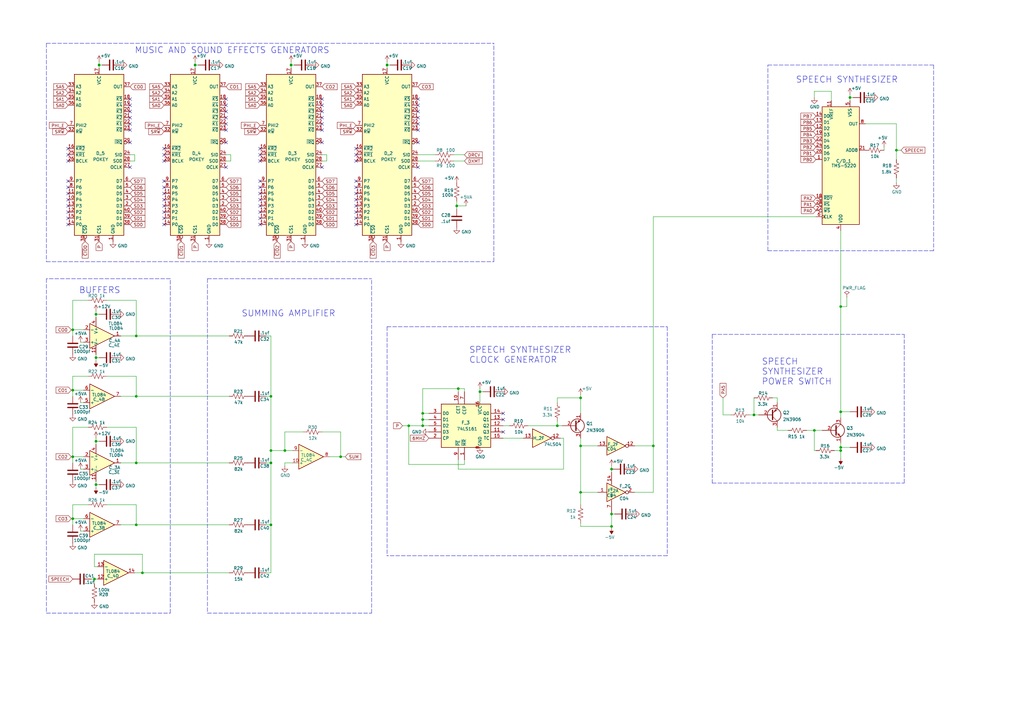
<source format=kicad_sch>
(kicad_sch (version 20211123) (generator eeschema)
  (paper "A3")
  (junction (at 39.37 128.905))
  (junction (at 55.88 162.56))
  (junction (at 55.88 189.865))
  (junction (at 116.84 184.785))
  (junction (at 111.125 189.865))
  (junction (at 39.37 180.975))
  (junction (at 250.825 215.9))
  (junction (at 344.805 184.785))
  (junction (at 173.355 174.625))
  (junction (at 334.01 176.53))
  (junction (at 40.64 26.67))
  (junction (at 119.38 26.67))
  (junction (at 367.665 61.595))
  (junction (at 39.37 198.755))
  (junction (at 250.825 192.405))
  (junction (at 158.75 26.67))
  (junction (at 55.88 137.795))
  (junction (at 58.42 234.95))
  (junction (at 29.845 212.725))
  (junction (at 29.845 187.325))
  (junction (at 196.85 160.655))
  (junction (at 344.805 183.515))
  (junction (at 29.845 135.255))
  (junction (at 344.805 125.73))
  (junction (at 173.355 172.085))
  (junction (at 167.64 174.625))
  (junction (at 238.125 182.88))
  (junction (at 38.735 237.49))
  (junction (at 111.125 215.265))
  (junction (at 250.825 210.82))
  (junction (at 309.245 170.18))
  (junction (at 29.845 160.02))
  (junction (at 187.96 159.385))
  (junction (at 139.7 187.325))
  (junction (at 267.97 182.88))
  (junction (at 238.125 163.195))
  (junction (at 80.01 26.67))
  (junction (at 39.37 146.685))
  (junction (at 228.6 174.625))
  (junction (at 173.355 169.545))
  (junction (at 344.805 168.91))
  (junction (at 55.88 215.265))
  (junction (at 238.125 201.93))
  (junction (at 348.615 40.005))
  (junction (at 111.125 162.56))
  (junction (at 187.325 84.455))
  (junction (at 111.125 184.785))
  (no_connect (at 146.05 79.375))
  (no_connect (at 146.05 76.835))
  (no_connect (at 146.05 74.295))
  (no_connect (at 146.05 89.535))
  (no_connect (at 146.05 92.075))
  (no_connect (at 146.05 84.455))
  (no_connect (at 146.05 81.915))
  (no_connect (at 146.05 86.995))
  (no_connect (at 106.68 89.535))
  (no_connect (at 106.68 92.075))
  (no_connect (at 106.68 86.995))
  (no_connect (at 106.68 81.915))
  (no_connect (at 106.68 84.455))
  (no_connect (at 106.68 74.295))
  (no_connect (at 106.68 76.835))
  (no_connect (at 106.68 79.375))
  (no_connect (at 67.31 89.535))
  (no_connect (at 67.31 84.455))
  (no_connect (at 67.31 92.075))
  (no_connect (at 67.31 81.915))
  (no_connect (at 67.31 86.995))
  (no_connect (at 67.31 79.375))
  (no_connect (at 67.31 76.835))
  (no_connect (at 67.31 74.295))
  (no_connect (at 27.94 84.455))
  (no_connect (at 27.94 86.995))
  (no_connect (at 27.94 89.535))
  (no_connect (at 27.94 92.075))
  (no_connect (at 27.94 79.375))
  (no_connect (at 27.94 76.835))
  (no_connect (at 27.94 81.915))
  (no_connect (at 27.94 74.295))
  (no_connect (at 53.34 53.34))
  (no_connect (at 53.34 43.18))
  (no_connect (at 53.34 48.26))
  (no_connect (at 53.34 50.8))
  (no_connect (at 53.34 40.64))
  (no_connect (at 53.34 45.72))
  (no_connect (at 92.71 40.64))
  (no_connect (at 92.71 53.34))
  (no_connect (at 92.71 45.72))
  (no_connect (at 92.71 50.8))
  (no_connect (at 92.71 48.26))
  (no_connect (at 92.71 43.18))
  (no_connect (at 92.71 58.42))
  (no_connect (at 92.71 68.58))
  (no_connect (at 146.05 60.96))
  (no_connect (at 146.05 63.5))
  (no_connect (at 146.05 66.04))
  (no_connect (at 171.45 68.58))
  (no_connect (at 171.45 58.42))
  (no_connect (at 171.45 53.34))
  (no_connect (at 171.45 43.18))
  (no_connect (at 171.45 48.26))
  (no_connect (at 171.45 45.72))
  (no_connect (at 171.45 50.8))
  (no_connect (at 171.45 40.64))
  (no_connect (at 132.08 68.58))
  (no_connect (at 106.68 60.96))
  (no_connect (at 106.68 66.04))
  (no_connect (at 106.68 63.5))
  (no_connect (at 132.08 45.72))
  (no_connect (at 132.08 43.18))
  (no_connect (at 132.08 53.34))
  (no_connect (at 132.08 48.26))
  (no_connect (at 132.08 40.64))
  (no_connect (at 132.08 50.8))
  (no_connect (at 132.08 58.42))
  (no_connect (at 67.31 66.04))
  (no_connect (at 67.31 63.5))
  (no_connect (at 67.31 60.96))
  (no_connect (at 53.34 58.42))
  (no_connect (at 53.34 68.58))
  (no_connect (at 27.94 60.96))
  (no_connect (at 27.94 66.04))
  (no_connect (at 27.94 63.5))
  (no_connect (at 206.375 169.545))
  (no_connect (at 206.375 172.085))
  (no_connect (at 206.375 177.165))
  (polyline (pts (xy 292.1 198.12) (xy 370.84 198.12)))
  (wire (pts (xy 43.815 207.01) (xy 55.88 207.01)))
  (wire (pts (xy 344.805 184.785) (xy 344.805 187.96)))
  (wire (pts (xy 175.895 172.085) (xy 173.355 172.085)))
  (wire (pts (xy 206.375 179.705) (xy 214.63 179.705)))
  (wire (pts (xy 34.29 187.325) (xy 29.845 187.325)))
  (wire (pts (xy 120.65 26.67) (xy 119.38 26.67)))
  (wire (pts (xy 55.88 137.795) (xy 93.98 137.795)))
  (wire (pts (xy 139.7 187.325) (xy 139.7 177.165)))
  (wire (pts (xy 267.97 201.93) (xy 260.35 201.93)))
  (wire (pts (xy 55.88 215.265) (xy 93.98 215.265)))
  (wire (pts (xy 34.29 160.02) (xy 29.845 160.02)))
  (wire (pts (xy 334.01 176.53) (xy 337.185 176.53)))
  (wire (pts (xy 187.96 159.385) (xy 173.355 159.385)))
  (polyline (pts (xy 273.685 227.965) (xy 158.75 227.965)))
  (wire (pts (xy 43.815 154.305) (xy 55.88 154.305)))
  (wire (pts (xy 40.64 26.67) (xy 40.64 27.94)))
  (wire (pts (xy 36.195 154.305) (xy 29.845 154.305)))
  (polyline (pts (xy 158.75 133.985) (xy 158.75 227.965)))
  (wire (pts (xy 39.37 146.685) (xy 39.37 147.955)))
  (wire (pts (xy 81.28 26.67) (xy 80.01 26.67)))
  (wire (pts (xy 29.21 187.325) (xy 29.845 187.325)))
  (wire (pts (xy 29.845 135.255) (xy 29.845 137.795)))
  (wire (pts (xy 348.615 40.005) (xy 348.615 41.275)))
  (wire (pts (xy 29.845 160.02) (xy 29.845 162.56)))
  (wire (pts (xy 116.84 184.785) (xy 120.015 184.785)))
  (wire (pts (xy 334.01 184.785) (xy 334.01 176.53)))
  (wire (pts (xy 160.02 26.67) (xy 158.75 26.67)))
  (wire (pts (xy 111.125 234.95) (xy 109.22 234.95)))
  (wire (pts (xy 342.265 184.785) (xy 344.805 184.785)))
  (wire (pts (xy 245.11 182.88) (xy 238.125 182.88)))
  (wire (pts (xy 318.77 176.53) (xy 318.77 175.26)))
  (wire (pts (xy 238.125 163.195) (xy 228.6 163.195)))
  (wire (pts (xy 260.35 182.88) (xy 267.97 182.88)))
  (wire (pts (xy 250.825 210.82) (xy 252.095 210.82)))
  (wire (pts (xy 55.88 207.01) (xy 55.88 215.265)))
  (polyline (pts (xy 292.1 137.16) (xy 370.84 137.16)))
  (wire (pts (xy 354.965 50.8) (xy 367.665 50.8)))
  (wire (pts (xy 38.735 232.41) (xy 40.005 232.41)))
  (polyline (pts (xy 292.1 137.16) (xy 292.1 198.12)))
  (polyline (pts (xy 273.685 133.985) (xy 273.685 227.965)))
  (wire (pts (xy 190.5 190.5) (xy 167.64 190.5)))
  (wire (pts (xy 111.125 189.865) (xy 109.22 189.865)))
  (wire (pts (xy 167.64 174.625) (xy 173.355 174.625)))
  (wire (pts (xy 55.88 189.865) (xy 55.88 175.26)))
  (wire (pts (xy 33.02 165.1) (xy 34.29 165.1)))
  (wire (pts (xy 29.21 160.02) (xy 29.845 160.02)))
  (wire (pts (xy 116.84 177.165) (xy 116.84 184.785)))
  (wire (pts (xy 49.53 189.865) (xy 55.88 189.865)))
  (wire (pts (xy 139.7 177.165) (xy 132.08 177.165)))
  (wire (pts (xy 111.125 184.785) (xy 111.125 189.865)))
  (wire (pts (xy 228.6 172.72) (xy 228.6 174.625)))
  (wire (pts (xy 33.02 217.805) (xy 34.29 217.805)))
  (wire (pts (xy 171.45 63.5) (xy 178.435 63.5)))
  (wire (pts (xy 250.825 210.185) (xy 250.825 210.82)))
  (polyline (pts (xy 85.09 114.3) (xy 85.09 251.46)))
  (wire (pts (xy 344.805 181.61) (xy 344.805 183.515)))
  (wire (pts (xy 296.545 163.195) (xy 296.545 170.18)))
  (wire (pts (xy 55.88 137.795) (xy 55.88 123.19)))
  (polyline (pts (xy 85.09 114.3) (xy 152.4 114.3)))
  (wire (pts (xy 187.325 84.455) (xy 191.135 84.455)))
  (wire (pts (xy 231.14 179.705) (xy 231.14 192.405)))
  (wire (pts (xy 119.38 26.67) (xy 119.38 25.4)))
  (polyline (pts (xy 382.905 26.67) (xy 382.905 102.87)))
  (wire (pts (xy 344.805 94.615) (xy 344.805 125.73)))
  (wire (pts (xy 340.995 41.275) (xy 340.995 37.465)))
  (wire (pts (xy 231.14 192.405) (xy 187.96 192.405)))
  (wire (pts (xy 80.01 26.67) (xy 80.01 25.4)))
  (wire (pts (xy 318.77 165.1) (xy 318.77 163.195)))
  (wire (pts (xy 80.01 26.67) (xy 80.01 27.94)))
  (wire (pts (xy 334.645 184.785) (xy 334.01 184.785)))
  (wire (pts (xy 216.535 174.625) (xy 228.6 174.625)))
  (wire (pts (xy 55.245 234.95) (xy 58.42 234.95)))
  (wire (pts (xy 348.615 40.005) (xy 348.615 38.735)))
  (wire (pts (xy 111.125 137.795) (xy 111.125 162.56)))
  (wire (pts (xy 124.46 177.165) (xy 116.84 177.165)))
  (wire (pts (xy 187.325 82.55) (xy 187.325 84.455)))
  (wire (pts (xy 187.96 159.385) (xy 187.96 160.655)))
  (wire (pts (xy 238.125 182.88) (xy 238.125 201.93)))
  (wire (pts (xy 36.195 123.19) (xy 29.845 123.19)))
  (wire (pts (xy 367.665 50.8) (xy 367.665 61.595)))
  (wire (pts (xy 334.01 37.465) (xy 334.01 40.005)))
  (wire (pts (xy 186.055 63.5) (xy 190.5 63.5)))
  (polyline (pts (xy 202.565 107.315) (xy 202.565 17.78)))
  (wire (pts (xy 39.37 128.905) (xy 39.37 130.175)))
  (wire (pts (xy 238.125 182.88) (xy 238.125 179.705)))
  (wire (pts (xy 362.585 60.325) (xy 362.585 61.595)))
  (wire (pts (xy 133.985 66.04) (xy 132.08 66.04)))
  (polyline (pts (xy 314.96 102.87) (xy 314.96 26.67)))
  (wire (pts (xy 39.37 180.975) (xy 39.37 182.245)))
  (wire (pts (xy 340.995 37.465) (xy 334.01 37.465)))
  (wire (pts (xy 40.64 26.67) (xy 40.64 25.4)))
  (wire (pts (xy 133.985 63.5) (xy 133.985 66.04)))
  (polyline (pts (xy 69.85 251.46) (xy 69.85 114.3)))
  (wire (pts (xy 238.125 169.545) (xy 238.125 163.195)))
  (wire (pts (xy 29.21 135.255) (xy 29.845 135.255)))
  (wire (pts (xy 318.77 163.195) (xy 316.865 163.195)))
  (polyline (pts (xy 19.05 17.78) (xy 19.05 107.315)))
  (wire (pts (xy 238.125 201.93) (xy 245.11 201.93)))
  (wire (pts (xy 55.245 63.5) (xy 55.245 66.04)))
  (wire (pts (xy 348.615 168.91) (xy 344.805 168.91)))
  (wire (pts (xy 55.88 154.305) (xy 55.88 162.56)))
  (wire (pts (xy 196.85 160.655) (xy 196.85 165.735)))
  (wire (pts (xy 330.835 176.53) (xy 334.01 176.53)))
  (wire (pts (xy 111.125 184.785) (xy 116.84 184.785)))
  (wire (pts (xy 33.02 192.405) (xy 34.29 192.405)))
  (wire (pts (xy 39.37 127.635) (xy 39.37 128.905)))
  (wire (pts (xy 190.5 160.655) (xy 190.5 159.385)))
  (wire (pts (xy 132.08 63.5) (xy 133.985 63.5)))
  (wire (pts (xy 39.37 180.975) (xy 40.64 180.975)))
  (wire (pts (xy 120.015 189.865) (xy 116.84 189.865)))
  (wire (pts (xy 250.825 191.135) (xy 250.825 192.405)))
  (wire (pts (xy 344.805 183.515) (xy 348.615 183.515)))
  (wire (pts (xy 344.805 168.91) (xy 344.805 171.45)))
  (wire (pts (xy 109.22 137.795) (xy 111.125 137.795)))
  (wire (pts (xy 33.02 140.335) (xy 34.29 140.335)))
  (wire (pts (xy 229.87 179.705) (xy 231.14 179.705)))
  (wire (pts (xy 238.125 201.93) (xy 238.125 207.01)))
  (wire (pts (xy 39.37 179.705) (xy 39.37 180.975)))
  (wire (pts (xy 307.34 170.18) (xy 309.245 170.18)))
  (wire (pts (xy 55.88 189.865) (xy 93.98 189.865)))
  (wire (pts (xy 94.615 63.5) (xy 94.615 66.04)))
  (wire (pts (xy 309.245 163.195) (xy 309.245 170.18)))
  (wire (pts (xy 38.735 237.49) (xy 40.005 237.49)))
  (wire (pts (xy 165.1 174.625) (xy 167.64 174.625)))
  (wire (pts (xy 367.665 61.595) (xy 369.57 61.595)))
  (wire (pts (xy 267.97 88.9) (xy 267.97 182.88)))
  (wire (pts (xy 39.37 197.485) (xy 39.37 198.755)))
  (wire (pts (xy 41.91 26.67) (xy 40.64 26.67)))
  (wire (pts (xy 187.96 192.405) (xy 187.96 188.595)))
  (wire (pts (xy 309.245 170.18) (xy 311.15 170.18)))
  (polyline (pts (xy 69.85 114.3) (xy 19.05 114.3)))
  (wire (pts (xy 135.255 187.325) (xy 139.7 187.325)))
  (wire (pts (xy 206.375 174.625) (xy 208.915 174.625)))
  (wire (pts (xy 94.615 66.04) (xy 92.71 66.04)))
  (wire (pts (xy 55.88 123.19) (xy 43.815 123.19)))
  (wire (pts (xy 39.37 198.755) (xy 40.64 198.755)))
  (wire (pts (xy 250.825 192.405) (xy 250.825 193.675)))
  (wire (pts (xy 323.215 176.53) (xy 318.77 176.53)))
  (polyline (pts (xy 152.4 251.46) (xy 152.4 114.3)))
  (wire (pts (xy 238.125 161.925) (xy 238.125 163.195)))
  (wire (pts (xy 196.85 160.655) (xy 196.85 159.385)))
  (wire (pts (xy 367.665 61.595) (xy 367.665 65.405)))
  (wire (pts (xy 228.6 163.195) (xy 228.6 165.1)))
  (wire (pts (xy 238.125 214.63) (xy 238.125 215.9)))
  (wire (pts (xy 111.125 162.56) (xy 111.125 184.785)))
  (wire (pts (xy 38.735 227.33) (xy 38.735 232.41)))
  (wire (pts (xy 139.7 187.325) (xy 141.605 187.325)))
  (wire (pts (xy 116.84 189.865) (xy 116.84 191.135)))
  (wire (pts (xy 171.45 66.04) (xy 178.435 66.04)))
  (polyline (pts (xy 158.75 133.985) (xy 273.685 133.985)))
  (wire (pts (xy 158.75 26.67) (xy 158.75 27.94)))
  (wire (pts (xy 190.5 159.385) (xy 187.96 159.385)))
  (wire (pts (xy 55.88 175.26) (xy 43.815 175.26)))
  (wire (pts (xy 111.125 215.265) (xy 109.22 215.265)))
  (wire (pts (xy 39.37 128.905) (xy 40.64 128.905)))
  (wire (pts (xy 39.37 198.755) (xy 39.37 200.025)))
  (wire (pts (xy 36.195 175.26) (xy 29.845 175.26)))
  (wire (pts (xy 167.64 190.5) (xy 167.64 174.625)))
  (wire (pts (xy 198.12 160.655) (xy 196.85 160.655)))
  (wire (pts (xy 173.355 174.625) (xy 173.355 172.085)))
  (wire (pts (xy 367.665 73.025) (xy 367.665 74.93)))
  (wire (pts (xy 238.125 215.9) (xy 250.825 215.9)))
  (wire (pts (xy 267.97 182.88) (xy 267.97 201.93)))
  (wire (pts (xy 39.37 145.415) (xy 39.37 146.685)))
  (wire (pts (xy 173.355 169.545) (xy 173.355 172.085)))
  (wire (pts (xy 92.71 63.5) (xy 94.615 63.5)))
  (wire (pts (xy 29.845 154.305) (xy 29.845 160.02)))
  (polyline (pts (xy 370.84 198.12) (xy 370.84 137.16)))
  (wire (pts (xy 29.845 207.01) (xy 29.845 212.725)))
  (wire (pts (xy 111.125 162.56) (xy 109.22 162.56)))
  (wire (pts (xy 250.825 215.9) (xy 250.825 216.535)))
  (wire (pts (xy 186.055 66.04) (xy 190.5 66.04)))
  (wire (pts (xy 29.845 175.26) (xy 29.845 187.325)))
  (wire (pts (xy 111.125 215.265) (xy 111.125 234.95)))
  (wire (pts (xy 347.345 125.73) (xy 344.805 125.73)))
  (wire (pts (xy 190.5 188.595) (xy 190.5 190.5)))
  (polyline (pts (xy 382.905 102.87) (xy 314.96 102.87)))
  (wire (pts (xy 299.72 170.18) (xy 296.545 170.18)))
  (wire (pts (xy 29.845 187.325) (xy 29.845 189.865)))
  (wire (pts (xy 58.42 234.95) (xy 58.42 227.33)))
  (polyline (pts (xy 314.96 26.67) (xy 382.905 26.67)))
  (wire (pts (xy 38.735 237.49) (xy 38.735 239.395)))
  (wire (pts (xy 55.245 66.04) (xy 53.34 66.04)))
  (wire (pts (xy 55.88 162.56) (xy 93.98 162.56)))
  (wire (pts (xy 344.805 125.73) (xy 344.805 168.91)))
  (wire (pts (xy 58.42 234.95) (xy 93.98 234.95)))
  (wire (pts (xy 228.6 174.625) (xy 230.505 174.625)))
  (wire (pts (xy 334.645 88.9) (xy 267.97 88.9)))
  (polyline (pts (xy 19.05 17.78) (xy 202.565 17.78)))
  (wire (pts (xy 34.29 212.725) (xy 29.845 212.725)))
  (wire (pts (xy 36.195 207.01) (xy 29.845 207.01)))
  (wire (pts (xy 34.29 135.255) (xy 29.845 135.255)))
  (polyline (pts (xy 19.05 251.46) (xy 69.85 251.46)))
  (wire (pts (xy 344.805 183.515) (xy 344.805 184.785)))
  (wire (pts (xy 49.53 215.265) (xy 55.88 215.265)))
  (wire (pts (xy 49.53 162.56) (xy 55.88 162.56)))
  (wire (pts (xy 250.825 192.405) (xy 251.46 192.405)))
  (wire (pts (xy 187.325 84.455) (xy 187.325 85.725)))
  (polyline (pts (xy 19.05 107.315) (xy 202.565 107.315)))
  (wire (pts (xy 347.345 121.92) (xy 347.345 125.73)))
  (wire (pts (xy 49.53 137.795) (xy 55.88 137.795)))
  (wire (pts (xy 119.38 26.67) (xy 119.38 27.94)))
  (wire (pts (xy 58.42 227.33) (xy 38.735 227.33)))
  (wire (pts (xy 175.895 174.625) (xy 173.355 174.625)))
  (wire (pts (xy 349.885 40.005) (xy 348.615 40.005)))
  (polyline (pts (xy 85.09 251.46) (xy 152.4 251.46)))
  (wire (pts (xy 29.845 123.19) (xy 29.845 135.255)))
  (wire (pts (xy 37.465 237.49) (xy 38.735 237.49)))
  (wire (pts (xy 250.825 210.82) (xy 250.825 215.9)))
  (wire (pts (xy 39.37 146.685) (xy 40.64 146.685)))
  (polyline (pts (xy 19.05 114.3) (xy 19.05 251.46)))
  (wire (pts (xy 111.125 189.865) (xy 111.125 215.265)))
  (wire (pts (xy 158.75 26.67) (xy 158.75 25.4)))
  (wire (pts (xy 29.845 212.725) (xy 29.845 215.265)))
  (wire (pts (xy 29.21 212.725) (xy 29.845 212.725)))
  (wire (pts (xy 53.34 63.5) (xy 55.245 63.5)))
  (wire (pts (xy 173.355 169.545) (xy 175.895 169.545)))
  (wire (pts (xy 173.355 159.385) (xy 173.355 169.545)))
  (text "SPEECH SYNTHESIZER\nCLOCK GENERATOR" (at 192.405 149.225 0) (effects (font (size 2.54 2.54)) (justify left bottom)))
  (text "BUFFERS" (at 32.385 120.65 0) (effects (font (size 2.54 2.54)) (justify left bottom)))
  (text "SPEECH\nSYNTHESIZER\nPOWER SWITCH" (at 312.42 158.115 0) (effects (font (size 2.54 2.54)) (justify left bottom)))
  (text "MUSIC AND SOUND EFFECTS GENERATORS" (at 55.245 22.225 0) (effects (font (size 2.54 2.54)) (justify left bottom)))
  (text "SPEECH SYNTHESIZER" (at 326.39 34.29 0) (effects (font (size 2.54 2.54)) (justify left bottom)))
  (text "SUMMING AMPLIFIER" (at 99.06 130.175 0) (effects (font (size 2.54 2.54)) (justify left bottom)))
  (global_label "SPEECH" (shape input) (at 29.845 237.49 180) (property "Intersheet References" "${INTERSHEET_REFS}" (effects hide)))
  (global_label "SR~{W}" (shape input) (at 67.31 53.975 180) (property "Intersheet References" "${INTERSHEET_REFS}" (effects hide)))
  (global_label "SD4" (shape input) (at 132.08 81.915 0) (property "Intersheet References" "${INTERSHEET_REFS}" (effects hide)))
  (global_label "SD2" (shape input) (at 53.34 86.995 0) (property "Intersheet References" "${INTERSHEET_REFS}" (effects hide)))
  (global_label "SA1" (shape input) (at 146.05 40.64 180) (property "Intersheet References" "${INTERSHEET_REFS}" (effects hide)))
  (global_label "SR~{W}" (shape input) (at 106.68 53.975 180) (property "Intersheet References" "${INTERSHEET_REFS}" (effects hide)))
  (global_label "SA0" (shape input) (at 106.68 43.18 180) (property "Intersheet References" "${INTERSHEET_REFS}" (effects hide)))
  (global_label "PB1" (shape input) (at 334.645 62.865 180) (property "Intersheet References" "${INTERSHEET_REFS}" (effects hide)))
  (global_label "SA5" (shape input) (at 67.31 35.56 180) (property "Intersheet References" "${INTERSHEET_REFS}" (effects hide)))
  (global_label "SD3" (shape input) (at 171.45 84.455 0) (property "Intersheet References" "${INTERSHEET_REFS}" (effects hide)))
  (global_label "SD3" (shape input) (at 92.71 84.455 0) (property "Intersheet References" "${INTERSHEET_REFS}" (effects hide)))
  (global_label "SD1" (shape input) (at 132.08 89.535 0) (property "Intersheet References" "${INTERSHEET_REFS}" (effects hide)))
  (global_label "CO1" (shape input) (at 92.71 35.56 0) (property "Intersheet References" "${INTERSHEET_REFS}" (effects hide)))
  (global_label "SD5" (shape input) (at 171.45 79.375 0) (property "Intersheet References" "${INTERSHEET_REFS}" (effects hide)))
  (global_label "PB0" (shape input) (at 334.645 65.405 180) (property "Intersheet References" "${INTERSHEET_REFS}" (effects hide)))
  (global_label "SD5" (shape input) (at 53.34 79.375 0) (property "Intersheet References" "${INTERSHEET_REFS}" (effects hide)))
  (global_label "SA2" (shape input) (at 67.31 38.1 180) (property "Intersheet References" "${INTERSHEET_REFS}" (effects hide)))
  (global_label "PHI_E" (shape input) (at 67.31 51.435 180) (property "Intersheet References" "${INTERSHEET_REFS}" (effects hide)))
  (global_label "SD5" (shape input) (at 92.71 79.375 0) (property "Intersheet References" "${INTERSHEET_REFS}" (effects hide)))
  (global_label "SD2" (shape input) (at 92.71 86.995 0) (property "Intersheet References" "${INTERSHEET_REFS}" (effects hide)))
  (global_label "SA5" (shape input) (at 106.68 35.56 180) (property "Intersheet References" "${INTERSHEET_REFS}" (effects hide)))
  (global_label "SR~{W}" (shape input) (at 146.05 53.975 180) (property "Intersheet References" "${INTERSHEET_REFS}" (effects hide)))
  (global_label "CO0" (shape input) (at 53.34 35.56 0) (property "Intersheet References" "${INTERSHEET_REFS}" (effects hide)))
  (global_label "SA1" (shape input) (at 106.68 40.64 180) (property "Intersheet References" "${INTERSHEET_REFS}" (effects hide)))
  (global_label "PB2" (shape input) (at 334.645 60.325 180) (property "Intersheet References" "${INTERSHEET_REFS}" (effects hide)))
  (global_label "SD7" (shape input) (at 92.71 74.295 0) (property "Intersheet References" "${INTERSHEET_REFS}" (effects hide)))
  (global_label "SA2" (shape input) (at 27.94 38.1 180) (property "Intersheet References" "${INTERSHEET_REFS}" (effects hide)))
  (global_label "P" (shape input) (at 158.75 99.06 270) (property "Intersheet References" "${INTERSHEET_REFS}" (effects hide)))
  (global_label "PB7" (shape input) (at 334.645 47.625 180) (property "Intersheet References" "${INTERSHEET_REFS}" (effects hide)))
  (global_label "P" (shape input) (at 165.1 174.625 180) (property "Intersheet References" "${INTERSHEET_REFS}" (effects hide)))
  (global_label "SD1" (shape input) (at 171.45 89.535 0) (property "Intersheet References" "${INTERSHEET_REFS}" (effects hide)))
  (global_label "SPEECH" (shape input) (at 369.57 61.595 0) (property "Intersheet References" "${INTERSHEET_REFS}" (effects hide)))
  (global_label "SD0" (shape input) (at 53.34 92.075 0) (property "Intersheet References" "${INTERSHEET_REFS}" (effects hide)))
  (global_label "PA5" (shape input) (at 296.545 163.195 90) (property "Intersheet References" "${INTERSHEET_REFS}" (effects hide)))
  (global_label "SD7" (shape input) (at 53.34 74.295 0) (property "Intersheet References" "${INTERSHEET_REFS}" (effects hide)))
  (global_label "P" (shape input) (at 119.38 99.06 270) (property "Intersheet References" "${INTERSHEET_REFS}" (effects hide)))
  (global_label "SA2" (shape input) (at 146.05 38.1 180) (property "Intersheet References" "${INTERSHEET_REFS}" (effects hide)))
  (global_label "SD5" (shape input) (at 132.08 79.375 0) (property "Intersheet References" "${INTERSHEET_REFS}" (effects hide)))
  (global_label "SA5" (shape input) (at 146.05 35.56 180) (property "Intersheet References" "${INTERSHEET_REFS}" (effects hide)))
  (global_label "PHI_E" (shape input) (at 146.05 51.435 180) (property "Intersheet References" "${INTERSHEET_REFS}" (effects hide)))
  (global_label "P" (shape input) (at 40.64 99.06 270) (property "Intersheet References" "${INTERSHEET_REFS}" (effects hide)))
  (global_label "CO2" (shape input) (at 29.21 187.325 180) (property "Intersheet References" "${INTERSHEET_REFS}" (effects hide)))
  (global_label "SD4" (shape input) (at 53.34 81.915 0) (property "Intersheet References" "${INTERSHEET_REFS}" (effects hide)))
  (global_label "P" (shape input) (at 80.01 99.06 270) (property "Intersheet References" "${INTERSHEET_REFS}" (effects hide)))
  (global_label "~{CIO}2" (shape input) (at 113.665 99.06 270) (property "Intersheet References" "${INTERSHEET_REFS}" (effects hide)))
  (global_label "CO2" (shape input) (at 132.08 35.56 0) (property "Intersheet References" "${INTERSHEET_REFS}" (effects hide)))
  (global_label "SD6" (shape input) (at 53.34 76.835 0) (property "Intersheet References" "${INTERSHEET_REFS}" (effects hide)))
  (global_label "PHI_E" (shape input) (at 27.94 51.435 180) (property "Intersheet References" "${INTERSHEET_REFS}" (effects hide)))
  (global_label "SD0" (shape input) (at 132.08 92.075 0) (property "Intersheet References" "${INTERSHEET_REFS}" (effects hide)))
  (global_label "SUM" (shape input) (at 141.605 187.325 0) (property "Intersheet References" "${INTERSHEET_REFS}" (effects hide)))
  (global_label "SD0" (shape input) (at 171.45 92.075 0) (property "Intersheet References" "${INTERSHEET_REFS}" (effects hide)))
  (global_label "SD3" (shape input) (at 53.34 84.455 0) (property "Intersheet References" "${INTERSHEET_REFS}" (effects hide)))
  (global_label "SD0" (shape input) (at 92.71 92.075 0) (property "Intersheet References" "${INTERSHEET_REFS}" (effects hide)))
  (global_label "SA0" (shape input) (at 67.31 43.18 180) (property "Intersheet References" "${INTERSHEET_REFS}" (effects hide)))
  (global_label "PB5" (shape input) (at 334.645 52.705 180) (property "Intersheet References" "${INTERSHEET_REFS}" (effects hide)))
  (global_label "CO1" (shape input) (at 29.21 160.02 180) (property "Intersheet References" "${INTERSHEET_REFS}" (effects hide)))
  (global_label "SD6" (shape input) (at 171.45 76.835 0) (property "Intersheet References" "${INTERSHEET_REFS}" (effects hide)))
  (global_label "6MHZ" (shape input) (at 175.895 179.705 180) (property "Intersheet References" "${INTERSHEET_REFS}" (effects hide)))
  (global_label "SD1" (shape input) (at 92.71 89.535 0) (property "Intersheet References" "${INTERSHEET_REFS}" (effects hide)))
  (global_label "SA2" (shape input) (at 106.68 38.1 180) (property "Intersheet References" "${INTERSHEET_REFS}" (effects hide)))
  (global_label "~{CIO}0" (shape input) (at 34.925 99.06 270) (property "Intersheet References" "${INTERSHEET_REFS}" (effects hide)))
  (global_label "SA0" (shape input) (at 146.05 43.18 180) (property "Intersheet References" "${INTERSHEET_REFS}" (effects hide)))
  (global_label "CO3" (shape input) (at 29.21 212.725 180) (property "Intersheet References" "${INTERSHEET_REFS}" (effects hide)))
  (global_label "SA5" (shape input) (at 27.94 35.56 180) (property "Intersheet References" "${INTERSHEET_REFS}" (effects hide)))
  (global_label "PA2" (shape input) (at 334.645 81.28 180) (property "Intersheet References" "${INTERSHEET_REFS}" (effects hide)))
  (global_label "SA1" (shape input) (at 27.94 40.64 180) (property "Intersheet References" "${INTERSHEET_REFS}" (effects hide)))
  (global_label "PB6" (shape input) (at 334.645 50.165 180) (property "Intersheet References" "${INTERSHEET_REFS}" (effects hide)))
  (global_label "SD1" (shape input) (at 53.34 89.535 0) (property "Intersheet References" "${INTERSHEET_REFS}" (effects hide)))
  (global_label "PHI_E" (shape input) (at 106.68 51.435 180) (property "Intersheet References" "${INTERSHEET_REFS}" (effects hide)))
  (global_label "SD6" (shape input) (at 92.71 76.835 0) (property "Intersheet References" "${INTERSHEET_REFS}" (effects hide)))
  (global_label "SD4" (shape input) (at 171.45 81.915 0) (property "Intersheet References" "${INTERSHEET_REFS}" (effects hide)))
  (global_label "PA0" (shape input) (at 334.645 86.36 180) (property "Intersheet References" "${INTERSHEET_REFS}" (effects hide)))
  (global_label "~{CIO}1" (shape input) (at 74.295 99.06 270) (property "Intersheet References" "${INTERSHEET_REFS}" (effects hide)))
  (global_label "SD4" (shape input) (at 92.71 81.915 0) (property "Intersheet References" "${INTERSHEET_REFS}" (effects hide)))
  (global_label "SD7" (shape input) (at 171.45 74.295 0) (property "Intersheet References" "${INTERSHEET_REFS}" (effects hide)))
  (global_label "CO3" (shape input) (at 171.45 35.56 0) (property "Intersheet References" "${INTERSHEET_REFS}" (effects hide)))
  (global_label "PB4" (shape input) (at 334.645 55.245 180) (property "Intersheet References" "${INTERSHEET_REFS}" (effects hide)))
  (global_label "PB3" (shape input) (at 334.645 57.785 180) (property "Intersheet References" "${INTERSHEET_REFS}" (effects hide)))
  (global_label "DRCV" (shape input) (at 190.5 63.5 0) (property "Intersheet References" "${INTERSHEET_REFS}" (effects hide)))
  (global_label "PA1" (shape input) (at 334.645 83.82 180) (property "Intersheet References" "${INTERSHEET_REFS}" (effects hide)))
  (global_label "SD2" (shape input) (at 132.08 86.995 0) (property "Intersheet References" "${INTERSHEET_REFS}" (effects hide)))
  (global_label "SD3" (shape input) (at 132.08 84.455 0) (property "Intersheet References" "${INTERSHEET_REFS}" (effects hide)))
  (global_label "SR~{W}" (shape input) (at 27.94 53.975 180) (property "Intersheet References" "${INTERSHEET_REFS}" (effects hide)))
  (global_label "SA0" (shape input) (at 27.94 43.18 180) (property "Intersheet References" "${INTERSHEET_REFS}" (effects hide)))
  (global_label "SD7" (shape input) (at 132.08 74.295 0) (property "Intersheet References" "${INTERSHEET_REFS}" (effects hide)))
  (global_label "SD6" (shape input) (at 132.08 76.835 0) (property "Intersheet References" "${INTERSHEET_REFS}" (effects hide)))
  (global_label "CO0" (shape input) (at 29.21 135.255 180) (property "Intersheet References" "${INTERSHEET_REFS}" (effects hide)))
  (global_label "SA1" (shape input) (at 67.31 40.64 180) (property "Intersheet References" "${INTERSHEET_REFS}" (effects hide)))
  (global_label "DXMT" (shape input) (at 190.5 66.04 0) (property "Intersheet References" "${INTERSHEET_REFS}" (effects hide)))
  (global_label "~{CIO}3" (shape input) (at 153.035 99.06 270) (property "Intersheet References" "${INTERSHEET_REFS}" (effects hide)))
  (global_label "SD2" (shape input) (at 171.45 86.995 0) (property "Intersheet References" "${INTERSHEET_REFS}" (effects hide)))
  (symbol (lib_id "Device:C") (at 187.325 89.535 180) (unit 1)
    (property "Reference" "C28" (at 182.88 88.265 0))
    (property "Value" ".1uf" (at 182.88 90.805 0))
    (property "Footprint" "atari:GenericComp" (effects hide))
  )
  (symbol (lib_id "power:GND") (at 357.505 40.005 90) (unit 1)
    (property "Reference" "#PWR0222" (effects hide))
    (property "Value" "GND" (at 360.68 40.484 90) (effects (justify right)))
  )
  (symbol (lib_id "Device:R_US") (at 338.455 184.785 90) (unit 1)
    (property "Reference" "R16" (at 340.36 182.88 90) (effects (justify left)))
    (property "Value" "3.3k" (at 340.36 187.325 90) (effects (justify left)))
    (property "Footprint" "atari:GenericComp" (effects hide))
  )
  (symbol (lib_id "atari:74LS161") (at 190.5 174.625 0) (unit 1)
    (property "Reference" "F_3" (at 189.23 173.355 0) (effects (justify left)))
    (property "Value" "74LS161" (at 187.325 175.895 0) (effects (justify left)))
    (property "Footprint" "atari:DIP16" (effects hide))
  )
  (symbol (lib_id "power:-5V") (at 39.37 200.025 180) (unit 1)
    (property "Reference" "#PWR0196" (effects hide))
    (property "Value" "-5V" (at 44.45 201.93 0) (effects (justify left)))
  )
  (symbol (lib_id "power:+5V") (at 250.825 191.135 0) (unit 1)
    (property "Reference" "#PWR0212" (effects hide))
    (property "Value" "+5V" (at 253.365 189.23 0))
  )
  (symbol (lib_id "power:GND") (at 125.095 99.06 0) (unit 1)
    (property "Reference" "#PWR0184" (effects hide))
    (property "Value" "GND" (at 127 100.809 0) (effects (justify left)))
  )
  (symbol (lib_id "atari:TL084") (at 127.635 187.325 0) (mirror x) (unit 3)
    (property "Reference" "C_4" (at 125.73 188.595 0))
    (property "Value" "TL084" (at 126.365 186.69 0))
    (property "Footprint" "atari:DIP14" (effects hide))
  )
  (symbol (lib_id "atari:POKEY") (at 158.75 64.77 0) (unit 1)
    (property "Reference" "D_2" (at 157.48 62.865 0) (effects (justify left)))
    (property "Value" "POKEY" (at 156.21 65.405 0) (effects (justify left)))
    (property "Footprint" "atari:DDIP40" (effects hide))
  )
  (symbol (lib_id "Device:C") (at 105.41 162.56 90) (unit 1)
    (property "Reference" "C34" (at 108.585 163.83 90))
    (property "Value" ".1uf" (at 108.585 161.29 90))
    (property "Footprint" "atari:GenericComp" (effects hide))
  )
  (symbol (lib_id "Device:R_US") (at 358.775 61.595 90) (unit 1)
    (property "Reference" "R17" (at 360.68 59.69 90) (effects (justify left)))
    (property "Value" "10k" (at 360.68 64.135 90) (effects (justify left)))
    (property "Footprint" "atari:GenericComp" (effects hide))
  )
  (symbol (lib_id "power:GND") (at 48.26 146.685 90) (unit 1)
    (property "Reference" "#PWR0191" (effects hide))
    (property "Value" "GND" (at 51.435 147.164 90) (effects (justify right)))
  )
  (symbol (lib_id "power:GND") (at 29.845 197.485 0) (unit 1)
    (property "Reference" "#PWR0198" (effects hide))
    (property "Value" "GND" (at 31.75 199.234 0) (effects (justify left)))
  )
  (symbol (lib_id "power:GND") (at 48.26 198.755 90) (unit 1)
    (property "Reference" "#PWR0195" (effects hide))
    (property "Value" "GND" (at 51.435 199.234 90) (effects (justify right)))
  )
  (symbol (lib_id "Device:R_US") (at 367.665 69.215 180) (unit 1)
    (property "Reference" "R18" (at 365.76 67.945 0) (effects (justify left)))
    (property "Value" "1.8k" (at 365.76 70.485 0) (effects (justify left)))
    (property "Footprint" "atari:GenericComp" (effects hide))
  )
  (symbol (lib_id "power:GND") (at 259.715 210.82 90) (unit 1)
    (property "Reference" "#PWR0211" (effects hide))
    (property "Value" "GND" (at 262.89 211.299 90) (effects (justify right)))
  )
  (symbol (lib_id "Device:R_US") (at 228.6 168.91 180) (unit 1)
    (property "Reference" "R11" (at 226.695 167.64 0) (effects (justify left)))
    (property "Value" "3.3k" (at 226.695 170.18 0) (effects (justify left)))
    (property "Footprint" "atari:GenericComp" (effects hide))
  )
  (symbol (lib_id "atari:TL084") (at 41.91 137.795 0) (mirror x) (unit 1)
    (property "Reference" "C_4" (at 46.99 139.7 0))
    (property "Value" "TL084" (at 47.625 134.62 0))
    (property "Footprint" "atari:DIP14" (effects hide))
  )
  (symbol (lib_id "power:+5V") (at 158.75 25.4 0) (unit 1)
    (property "Reference" "#PWR0181" (effects hide))
    (property "Value" "+5V" (at 161.29 22.86 0))
  )
  (symbol (lib_id "power:GND") (at 46.355 99.06 0) (unit 1)
    (property "Reference" "#PWR0177" (effects hide))
    (property "Value" "GND" (at 48.26 100.809 0) (effects (justify left)))
  )
  (symbol (lib_id "Device:C") (at 45.72 26.67 90) (unit 1)
    (property "Reference" "C16" (at 48.895 27.94 90))
    (property "Value" ".1uf" (at 48.895 25.4 90))
    (property "Footprint" "atari:GenericComp" (effects hide))
  )
  (symbol (lib_id "power:GND") (at 88.9 26.67 90) (unit 1)
    (property "Reference" "#PWR0174" (effects hide))
    (property "Value" "GND" (at 92.075 27.149 90) (effects (justify right)))
  )
  (symbol (lib_id "power:+5V") (at 348.615 38.735 0) (unit 1)
    (property "Reference" "#PWR0224" (effects hide))
    (property "Value" "+5V" (at 351.155 36.195 0))
  )
  (symbol (lib_id "atari:74LS04") (at 222.25 179.705 0) (unit 6)
    (property "Reference" "H_2" (at 220.98 179.705 0))
    (property "Value" "74LS04" (at 226.695 182.245 0))
    (property "Footprint" "atari:DIP14" (effects hide))
  )
  (symbol (lib_id "power:+5VA") (at 191.135 84.455 0) (unit 1)
    (property "Reference" "#PWR0179" (effects hide))
    (property "Value" "+5VA" (at 191.135 80.8505 0))
  )
  (symbol (lib_id "Device:C") (at 352.425 183.515 90) (unit 1)
    (property "Reference" "C27" (at 355.6 184.785 90))
    (property "Value" ".1uf" (at 355.6 182.245 90))
    (property "Footprint" "atari:GenericComp" (effects hide))
  )
  (symbol (lib_id "power:+5V") (at 119.38 25.4 0) (unit 1)
    (property "Reference" "#PWR0186" (effects hide))
    (property "Value" "+5V" (at 121.92 22.86 0))
  )
  (symbol (lib_id "power:GND") (at 128.27 26.67 90) (unit 1)
    (property "Reference" "#PWR0185" (effects hide))
    (property "Value" "GND" (at 131.445 27.149 90) (effects (justify right)))
  )
  (symbol (lib_id "power:GND") (at 356.235 183.515 90) (unit 1)
    (property "Reference" "#PWR0218" (effects hide))
    (property "Value" "GND" (at 359.41 183.994 90) (effects (justify right)))
  )
  (symbol (lib_id "power:-5V") (at 39.37 147.955 180) (unit 1)
    (property "Reference" "#PWR0202" (effects hide))
    (property "Value" "-5V" (at 44.45 149.86 0) (effects (justify left)))
  )
  (symbol (lib_id "power:-5V") (at 344.805 187.96 180) (unit 1)
    (property "Reference" "#PWR0217" (effects hide))
    (property "Value" "-5V" (at 346.075 191.77 0) (effects (justify left)))
  )
  (symbol (lib_id "Device:R_US") (at 128.27 177.165 90) (unit 1)
    (property "Reference" "R30" (at 130.175 175.26 90) (effects (justify left)))
    (property "Value" "12k" (at 130.175 179.705 90) (effects (justify left)))
    (property "Footprint" "atari:GenericComp" (effects hide))
  )
  (symbol (lib_id "atari:TMS-5220") (at 344.805 66.675 0) (unit 1)
    (property "Reference" "C/D_1" (at 342.9 66.04 0) (effects (justify left)))
    (property "Value" "TMS-5220" (at 340.995 67.945 0) (effects (justify left)))
    (property "Footprint" "atari:DIP28" (effects hide))
  )
  (symbol (lib_id "atari:TL084") (at 41.91 137.795 0) (unit 5)
    (property "Reference" "C_4" (at 44.45 141.605 0) (effects (justify left)))
    (property "Value" "TL084" (at 44.45 132.715 0) (effects (justify left)))
    (property "Footprint" "atari:DIP14" (effects hide))
  )
  (symbol (lib_id "power:+5VA") (at 33.02 192.405 0) (unit 1)
    (property "Reference" "#PWR0197" (effects hide))
    (property "Value" "+5VA" (at 33.02 188.8005 0))
  )
  (symbol (lib_id "Device:C") (at 201.93 160.655 90) (unit 1)
    (property "Reference" "C22" (at 205.105 161.925 90))
    (property "Value" ".1uf" (at 205.105 159.385 90))
    (property "Footprint" "atari:GenericComp" (effects hide))
  )
  (symbol (lib_id "atari:74LS05") (at 250.825 201.93 0) (unit 7)
    (property "Reference" "F_2" (at 254 199.39 0) (effects (justify left)))
    (property "Value" "C04" (at 254 204.47 0) (effects (justify left)))
    (property "Footprint" "atari:DIP14" (effects hide))
  )
  (symbol (lib_id "atari:POKEY") (at 40.64 64.77 0) (unit 1)
    (property "Reference" "D_5" (at 39.37 62.865 0) (effects (justify left)))
    (property "Value" "POKEY" (at 38.1 65.405 0) (effects (justify left)))
    (property "Footprint" "atari:DDIP40" (effects hide))
  )
  (symbol (lib_id "power:GND") (at 164.465 99.06 0) (unit 1)
    (property "Reference" "#PWR0183" (effects hide))
    (property "Value" "GND" (at 166.37 100.809 0) (effects (justify left)))
  )
  (symbol (lib_id "Device:R_US") (at 38.735 243.205 180) (unit 1)
    (property "Reference" "R28" (at 44.45 243.84 0) (effects (justify left)))
    (property "Value" "100k" (at 45.085 241.935 0) (effects (justify left)))
    (property "Footprint" "atari:GenericComp" (effects hide))
  )
  (symbol (lib_id "Device:R_US") (at 97.79 234.95 90) (unit 1)
    (property "Reference" "R29" (at 99.695 233.045 90) (effects (justify left)))
    (property "Value" "15k" (at 99.695 237.49 90) (effects (justify left)))
    (property "Footprint" "atari:GenericComp" (effects hide))
  )
  (symbol (lib_id "Device:C") (at 124.46 26.67 90) (unit 1)
    (property "Reference" "C18" (at 127.635 27.94 90))
    (property "Value" ".1uf" (at 127.635 25.4 90))
    (property "Footprint" "atari:GenericComp" (effects hide))
  )
  (symbol (lib_id "Device:R_US") (at 238.125 210.82 180) (unit 1)
    (property "Reference" "R12" (at 236.22 209.55 0) (effects (justify left)))
    (property "Value" "1k" (at 236.22 212.09 0) (effects (justify left)))
    (property "Footprint" "atari:GenericComp" (effects hide))
  )
  (symbol (lib_id "Device:R_US") (at 212.725 174.625 90) (unit 1)
    (property "Reference" "R10" (at 214.63 172.72 90) (effects (justify left)))
    (property "Value" "10k" (at 214.63 177.165 90) (effects (justify left)))
    (property "Footprint" "atari:GenericComp" (effects hide))
  )
  (symbol (lib_id "power:PWR_FLAG") (at 347.345 121.92 0) (unit 1)
    (property "Reference" "#FLG0106" (effects hide))
    (property "Value" "PWR_FLAG" (at 345.44 118.11 0) (effects (justify left)))
  )
  (symbol (lib_id "Transistor_BJT:2N3904") (at 342.265 176.53 0) (unit 1)
    (property "Reference" "Q3" (at 347.1164 175.6215 0) (effects (justify left)))
    (property "Value" "2N3904" (at 347.1164 178.3966 0) (effects (justify left)))
    (property "Footprint" "atari:GenericTrans" (effects hide))
    (property "Datasheet" "https://www.onsemi.com/pub/Collateral/2N3903-D.PDF" (effects hide))
  )
  (symbol (lib_id "power:GND") (at 205.74 160.655 90) (unit 1)
    (property "Reference" "#PWR0215" (effects hide))
    (property "Value" "GND" (at 208.915 161.134 90) (effects (justify right)))
  )
  (symbol (lib_id "power:+5V") (at 196.85 159.385 0) (unit 1)
    (property "Reference" "#PWR0214" (effects hide))
    (property "Value" "+5V" (at 199.39 156.845 0))
  )
  (symbol (lib_id "power:-5V") (at 250.825 216.535 180) (unit 1)
    (property "Reference" "#PWR0213" (effects hide))
    (property "Value" "-5V" (at 252.095 220.345 0) (effects (justify left)))
  )
  (symbol (lib_id "atari:POKEY") (at 80.01 64.77 0) (unit 1)
    (property "Reference" "D_4" (at 78.74 62.865 0) (effects (justify left)))
    (property "Value" "POKEY" (at 77.47 65.405 0) (effects (justify left)))
    (property "Footprint" "atari:DDIP40" (effects hide))
  )
  (symbol (lib_id "Device:C") (at 105.41 215.265 90) (unit 1)
    (property "Reference" "C40" (at 108.585 216.535 90))
    (property "Value" ".1uf" (at 108.585 213.995 90))
    (property "Footprint" "atari:GenericComp" (effects hide))
  )
  (symbol (lib_id "Device:C") (at 33.655 237.49 270) (unit 1)
    (property "Reference" "C41" (at 36.83 236.22 90))
    (property "Value" ".1uf" (at 36.83 238.76 90))
    (property "Footprint" "atari:GenericComp" (effects hide))
  )
  (symbol (lib_id "Device:C") (at 352.425 168.91 90) (unit 1)
    (property "Reference" "C26" (at 355.6 170.18 90))
    (property "Value" ".1uf" (at 355.6 167.64 90))
    (property "Footprint" "atari:GenericComp" (effects hide))
  )
  (symbol (lib_id "Device:C") (at 44.45 128.905 90) (unit 1)
    (property "Reference" "C30" (at 47.625 130.175 90))
    (property "Value" ".1uf" (at 47.625 127.635 90))
    (property "Footprint" "atari:GenericComp" (effects hide))
  )
  (symbol (lib_id "power:GND") (at 187.325 93.345 0) (unit 1)
    (property "Reference" "#PWR0178" (effects hide))
    (property "Value" "GND" (at 189.23 95.094 0) (effects (justify left)))
  )
  (symbol (lib_id "Device:R_US") (at 182.245 66.04 90) (unit 1)
    (property "Reference" "R9" (at 181.61 67.945 90) (effects (justify left)))
    (property "Value" "100" (at 186.69 67.945 90) (effects (justify left)))
    (property "Footprint" "atari:GenericComp" (effects hide))
  )
  (symbol (lib_id "atari:TL084") (at 41.91 189.865 0) (unit 5)
    (property "Reference" "C_3" (at 44.45 193.675 0) (effects (justify left)))
    (property "Value" "TL084" (at 45.085 184.785 0) (effects (justify left)))
    (property "Footprint" "atari:DIP14" (effects hide))
  )
  (symbol (lib_id "power:+5VA") (at 33.02 165.1 0) (unit 1)
    (property "Reference" "#PWR0200" (effects hide))
    (property "Value" "+5VA" (at 33.02 161.4955 0))
  )
  (symbol (lib_id "Device:C") (at 255.27 192.405 90) (unit 1)
    (property "Reference" "C23" (at 258.445 193.675 90))
    (property "Value" ".1uf" (at 258.445 191.135 90))
    (property "Footprint" "atari:GenericComp" (effects hide))
  )
  (symbol (lib_id "power:GND") (at 175.895 177.165 270) (unit 1)
    (property "Reference" "#PWR0209" (effects hide))
    (property "Value" "GND" (at 168.91 177.165 90) (effects (justify left)))
  )
  (symbol (lib_id "Device:R_US") (at 97.79 137.795 90) (unit 1)
    (property "Reference" "R21" (at 99.695 135.89 90) (effects (justify left)))
    (property "Value" "47k" (at 99.695 140.335 90) (effects (justify left)))
    (property "Footprint" "atari:GenericComp" (effects hide))
  )
  (symbol (lib_id "power:+12V") (at 39.37 127.635 0) (unit 1)
    (property "Reference" "#PWR0189" (effects hide))
    (property "Value" "+12V" (at 40.005 125.73 0) (effects (justify left)))
  )
  (symbol (lib_id "Device:R_US") (at 40.005 123.19 90) (unit 1)
    (property "Reference" "R20" (at 40.005 121.285 90) (effects (justify left)))
    (property "Value" "1k" (at 43.18 121.285 90) (effects (justify left)))
    (property "Footprint" "atari:GenericComp" (effects hide))
  )
  (symbol (lib_id "power:+5V") (at 40.64 25.4 0) (unit 1)
    (property "Reference" "#PWR0188" (effects hide))
    (property "Value" "+5V" (at 43.18 22.86 0))
  )
  (symbol (lib_id "power:GND") (at 48.26 180.975 90) (unit 1)
    (property "Reference" "#PWR0194" (effects hide))
    (property "Value" "GND" (at 51.435 180.975 90) (effects (justify right)))
  )
  (symbol (lib_id "power:GND") (at 367.665 74.93 0) (unit 1)
    (property "Reference" "#PWR0220" (effects hide))
    (property "Value" "GND" (at 365.76 78.74 0) (effects (justify left)))
  )
  (symbol (lib_id "Device:C") (at 163.83 26.67 90) (unit 1)
    (property "Reference" "C19" (at 167.005 27.94 90))
    (property "Value" ".1uf" (at 167.005 25.4 90))
    (property "Footprint" "atari:GenericComp" (effects hide))
  )
  (symbol (lib_id "power:GND") (at 29.845 222.885 0) (unit 1)
    (property "Reference" "#PWR0205" (effects hide))
    (property "Value" "GND" (at 31.75 224.634 0) (effects (justify left)))
  )
  (symbol (lib_id "Device:R_US") (at 187.325 78.74 180) (unit 1)
    (property "Reference" "R19" (at 186.055 78.105 0) (effects (justify left)))
    (property "Value" "100k" (at 186.055 80.01 0) (effects (justify left)))
    (property "Footprint" "atari:GenericComp" (effects hide))
  )
  (symbol (lib_id "power:+5V") (at 80.01 25.4 0) (unit 1)
    (property "Reference" "#PWR0175" (effects hide))
    (property "Value" "+5V" (at 82.55 22.86 0))
  )
  (symbol (lib_id "power:GND") (at 259.08 192.405 90) (unit 1)
    (property "Reference" "#PWR0210" (effects hide))
    (property "Value" "GND" (at 262.255 192.884 90) (effects (justify right)))
  )
  (symbol (lib_id "atari:TL084") (at 41.91 215.265 0) (mirror x) (unit 2)
    (property "Reference" "C_3" (at 40.64 216.535 0))
    (property "Value" "TL084" (at 40.64 214.63 0))
    (property "Footprint" "atari:DIP14" (effects hide))
  )
  (symbol (lib_id "Device:C") (at 44.45 198.755 90) (unit 1)
    (property "Reference" "C37" (at 47.625 200.025 90))
    (property "Value" ".1uf" (at 47.625 197.485 90))
    (property "Footprint" "atari:GenericComp" (effects hide))
  )
  (symbol (lib_id "Device:C") (at 105.41 137.795 90) (unit 1)
    (property "Reference" "C32" (at 108.585 139.065 90))
    (property "Value" ".1uf" (at 108.585 136.525 90))
    (property "Footprint" "atari:GenericComp" (effects hide))
  )
  (symbol (lib_id "power:GND") (at 85.725 99.06 0) (unit 1)
    (property "Reference" "#PWR0176" (effects hide))
    (property "Value" "GND" (at 87.63 100.809 0) (effects (justify left)))
  )
  (symbol (lib_id "atari:TL084") (at 47.625 234.95 0) (mirror x) (unit 4)
    (property "Reference" "C_4" (at 46.355 236.22 0))
    (property "Value" "TL084" (at 46.355 234.315 0))
    (property "Footprint" "atari:DIP14" (effects hide))
  )
  (symbol (lib_id "Device:C") (at 85.09 26.67 90) (unit 1)
    (property "Reference" "C17" (at 88.265 27.94 90))
    (property "Value" ".1uf" (at 88.265 25.4 90))
    (property "Footprint" "atari:GenericComp" (effects hide))
  )
  (symbol (lib_id "power:+5VA") (at 33.02 140.335 0) (unit 1)
    (property "Reference" "#PWR0193" (effects hide))
    (property "Value" "+5VA" (at 33.02 136.7305 0))
  )
  (symbol (lib_id "Device:C") (at 44.45 146.685 90) (unit 1)
    (property "Reference" "C31" (at 47.625 147.955 90))
    (property "Value" ".1uf" (at 47.625 145.415 90))
    (property "Footprint" "atari:GenericComp" (effects hide))
  )
  (symbol (lib_id "power:GND") (at 29.845 145.415 0) (unit 1)
    (property "Reference" "#PWR0192" (effects hide))
    (property "Value" "GND" (at 31.75 147.164 0) (effects (justify left)))
  )
  (symbol (lib_id "atari:TL084") (at 41.91 189.865 0) (mirror x) (unit 1)
    (property "Reference" "C_3" (at 46.99 191.77 0))
    (property "Value" "TL084" (at 47.625 186.69 0))
    (property "Footprint" "atari:DIP14" (effects hide))
  )
  (symbol (lib_id "Device:R_US") (at 40.005 175.26 90) (unit 1)
    (property "Reference" "R24" (at 40.005 173.355 90) (effects (justify left)))
    (property "Value" "1k" (at 43.18 173.355 90) (effects (justify left)))
    (property "Footprint" "atari:GenericComp" (effects hide))
  )
  (symbol (lib_id "Device:C") (at 105.41 234.95 90) (unit 1)
    (property "Reference" "C42" (at 108.585 236.22 90))
    (property "Value" ".1uf" (at 108.585 233.68 90))
    (property "Footprint" "atari:GenericComp" (effects hide))
  )
  (symbol (lib_id "Device:C") (at 353.695 40.005 90) (unit 1)
    (property "Reference" "C25" (at 356.87 41.275 90))
    (property "Value" ".1uf" (at 356.87 38.735 90))
    (property "Footprint" "atari:GenericComp" (effects hide))
  )
  (symbol (lib_id "power:GND") (at 48.26 128.905 90) (unit 1)
    (property "Reference" "#PWR0190" (effects hide))
    (property "Value" "GND" (at 51.435 128.905 90) (effects (justify right)))
  )
  (symbol (lib_id "Device:R_US") (at 40.005 154.305 90) (unit 1)
    (property "Reference" "R22" (at 40.005 152.4 90) (effects (justify left)))
    (property "Value" "1k" (at 43.18 152.4 90) (effects (justify left)))
    (property "Footprint" "atari:GenericComp" (effects hide))
  )
  (symbol (lib_id "Device:C") (at 255.905 210.82 90) (unit 1)
    (property "Reference" "C24" (at 259.08 212.09 90))
    (property "Value" ".1uf" (at 259.08 209.55 90))
    (property "Footprint" "atari:GenericComp" (effects hide))
  )
  (symbol (lib_id "Transistor_BJT:2N3906") (at 316.23 170.18 0) (mirror x) (unit 1)
    (property "Reference" "Q2" (at 321.0814 169.2715 0) (effects (justify left)))
    (property "Value" "2N3906" (at 321.0814 172.0466 0) (effects (justify left)))
    (property "Footprint" "atari:GenericTrans" (effects hide))
    (property "Datasheet" "https://www.onsemi.com/pub/Collateral/2N3906-D.PDF" (effects hide))
  )
  (symbol (lib_id "power:+5V") (at 187.325 74.93 0) (unit 1)
    (property "Reference" "#PWR0180" (effects hide))
    (property "Value" "+5V" (at 184.15 73.025 0))
  )
  (symbol (lib_id "power:GND") (at 356.235 168.91 90) (unit 1)
    (property "Reference" "#PWR0219" (effects hide))
    (property "Value" "GND" (at 359.41 169.389 90) (effects (justify right)))
  )
  (symbol (lib_id "power:+12V") (at 39.37 179.705 0) (unit 1)
    (property "Reference" "#PWR0201" (effects hide))
    (property "Value" "+12V" (at 40.005 177.8 0) (effects (justify left)))
  )
  (symbol (lib_id "Device:R_US") (at 313.055 163.195 90) (unit 1)
    (property "Reference" "R14" (at 314.96 161.29 90) (effects (justify left)))
    (property "Value" "3.3k" (at 314.96 165.735 90) (effects (justify left)))
    (property "Footprint" "atari:GenericComp" (effects hide))
  )
  (symbol (lib_id "Device:C") (at 29.845 141.605 180) (unit 1)
    (property "Reference" "C29" (at 34.29 142.24 0))
    (property "Value" "1000pf" (at 33.655 144.145 0))
    (property "Footprint" "atari:GenericComp" (effects hide))
  )
  (symbol (lib_id "power:+5V") (at 362.585 60.325 0) (unit 1)
    (property "Reference" "#PWR0221" (effects hide))
    (property "Value" "+5V" (at 361.95 56.515 0))
  )
  (symbol (lib_id "Device:R_US") (at 40.005 207.01 90) (unit 1)
    (property "Reference" "R26" (at 40.005 205.105 90) (effects (justify left)))
    (property "Value" "1k" (at 43.18 205.105 90) (effects (justify left)))
    (property "Footprint" "atari:GenericComp" (effects hide))
  )
  (symbol (lib_id "atari:74LS05") (at 252.73 182.88 0) (unit 6)
    (property "Reference" "F_2" (at 251.46 182.245 0))
    (property "Value" "C04" (at 250.825 184.15 0))
    (property "Footprint" "atari:DIP14" (effects hide))
  )
  (symbol (lib_id "Transistor_BJT:2N3906") (at 235.585 174.625 0) (mirror x) (unit 1)
    (property "Reference" "Q1" (at 240.4364 173.7165 0) (effects (justify left)))
    (property "Value" "2N3906" (at 240.4364 176.4916 0) (effects (justify left)))
    (property "Footprint" "atari:GenericTrans" (effects hide))
    (property "Datasheet" "https://www.onsemi.com/pub/Collateral/2N3906-D.PDF" (effects hide))
  )
  (symbol (lib_id "Device:C") (at 105.41 189.865 90) (unit 1)
    (property "Reference" "C38" (at 108.585 191.135 90))
    (property "Value" ".1uf" (at 108.585 188.595 90))
    (property "Footprint" "atari:GenericComp" (effects hide))
  )
  (symbol (lib_id "power:GND") (at 116.84 191.135 0) (unit 1)
    (property "Reference" "#PWR0207" (effects hide))
    (property "Value" "GND" (at 114.935 194.945 0) (effects (justify left)))
  )
  (symbol (lib_id "atari:74LS05") (at 252.73 201.93 0) (unit 1)
    (property "Reference" "F_2" (at 251.46 201.295 0))
    (property "Value" "C04" (at 250.825 203.2 0))
    (property "Footprint" "atari:DIP14" (effects hide))
  )
  (symbol (lib_id "atari:POKEY") (at 119.38 64.77 0) (unit 1)
    (property "Reference" "D_3" (at 118.11 62.865 0) (effects (justify left)))
    (property "Value" "POKEY" (at 116.84 65.405 0) (effects (justify left)))
    (property "Footprint" "atari:DDIP40" (effects hide))
  )
  (symbol (lib_id "atari:TL084") (at 41.91 162.56 0) (mirror x) (unit 2)
    (property "Reference" "C_4" (at 40.64 163.83 0))
    (property "Value" "TL084" (at 40.64 161.925 0))
    (property "Footprint" "atari:DIP14" (effects hide))
  )
  (symbol (lib_id "Device:R_US") (at 97.79 162.56 90) (unit 1)
    (property "Reference" "R23" (at 99.695 160.655 90) (effects (justify left)))
    (property "Value" "47k" (at 99.695 165.1 90) (effects (justify left)))
    (property "Footprint" "atari:GenericComp" (effects hide))
  )
  (symbol (lib_id "Device:C") (at 44.45 180.975 90) (unit 1)
    (property "Reference" "C36" (at 47.625 182.245 90))
    (property "Value" ".1uf" (at 47.625 179.705 90))
    (property "Footprint" "atari:GenericComp" (effects hide))
  )
  (symbol (lib_id "power:GND") (at 29.845 170.18 0) (unit 1)
    (property "Reference" "#PWR0199" (effects hide))
    (property "Value" "GND" (at 31.75 171.929 0) (effects (justify left)))
  )
  (symbol (lib_id "Device:C") (at 29.845 166.37 180) (unit 1)
    (property "Reference" "C33" (at 34.29 167.005 0))
    (property "Value" "1000pf" (at 33.655 168.91 0))
    (property "Footprint" "atari:GenericComp" (effects hide))
  )
  (symbol (lib_id "Device:C") (at 29.845 219.075 180) (unit 1)
    (property "Reference" "C39" (at 34.29 219.71 0))
    (property "Value" "1000pf" (at 33.655 221.615 0))
    (property "Footprint" "atari:GenericComp" (effects hide))
  )
  (symbol (lib_id "Device:R_US") (at 303.53 170.18 90) (unit 1)
    (property "Reference" "R13" (at 305.435 168.275 90) (effects (justify left)))
    (property "Value" "10k" (at 305.435 172.72 90) (effects (justify left)))
    (property "Footprint" "atari:GenericComp" (effects hide))
  )
  (symbol (lib_id "power:GND") (at 38.735 247.015 0) (unit 1)
    (property "Reference" "#PWR0206" (effects hide))
    (property "Value" "GND" (at 40.64 248.764 0) (effects (justify left)))
  )
  (symbol (lib_id "power:+5VA") (at 33.02 217.805 0) (unit 1)
    (property "Reference" "#PWR0204" (effects hide))
    (property "Value" "+5VA" (at 33.02 214.2005 0))
  )
  (symbol (lib_id "power:GND") (at 334.01 40.005 0) (unit 1)
    (property "Reference" "#PWR0223" (effects hide))
    (property "Value" "GND" (at 332.105 43.815 0) (effects (justify left)))
  )
  (symbol (lib_id "Device:R_US") (at 327.025 176.53 90) (unit 1)
    (property "Reference" "R15" (at 327.025 179.07 90) (effects (justify left)))
    (property "Value" "1k" (at 330.2 179.07 90) (effects (justify left)))
    (property "Footprint" "atari:GenericComp" (effects hide))
  )
  (symbol (lib_id "power:GND") (at 196.85 183.515 0) (unit 1)
    (property "Reference" "#PWR0208" (effects hide))
    (property "Value" "GND" (at 194.945 187.325 0) (effects (justify left)))
  )
  (symbol (lib_id "Device:C") (at 29.845 193.675 180) (unit 1)
    (property "Reference" "C35" (at 34.29 194.31 0))
    (property "Value" "1000pf" (at 33.655 196.215 0))
    (property "Footprint" "atari:GenericComp" (effects hide))
  )
  (symbol (lib_id "power:+5V") (at 238.125 161.925 0) (unit 1)
    (property "Reference" "#PWR0216" (effects hide))
    (property "Value" "+5V" (at 240.665 159.385 0))
  )
  (symbol (lib_id "Device:R_US") (at 97.79 189.865 90) (unit 1)
    (property "Reference" "R25" (at 99.695 187.96 90) (effects (justify left)))
    (property "Value" "82k" (at 99.695 192.405 90) (effects (justify left)))
    (property "Footprint" "atari:GenericComp" (effects hide))
  )
  (symbol (lib_id "Device:R_US") (at 182.245 63.5 90) (unit 1)
    (property "Reference" "R8" (at 181.61 61.595 90) (effects (justify left)))
    (property "Value" "100" (at 186.69 61.595 90) (effects (justify left)))
    (property "Footprint" "atari:GenericComp" (effects hide))
  )
  (symbol (lib_id "Device:R_US") (at 97.79 215.265 90) (unit 1)
    (property "Reference" "R27" (at 99.695 213.36 90) (effects (justify left)))
    (property "Value" "82k" (at 99.695 217.805 90) (effects (justify left)))
    (property "Footprint" "atari:GenericComp" (effects hide))
  )
  (symbol (lib_id "power:GND") (at 49.53 26.67 90) (unit 1)
    (property "Reference" "#PWR0187" (effects hide))
    (property "Value" "GND" (at 52.705 27.149 90) (effects (justify right)))
  )
  (symbol (lib_id "power:GND") (at 167.64 26.67 90) (unit 1)
    (property "Reference" "#PWR0182" (effects hide))
    (property "Value" "GND" (at 170.815 27.149 90) (effects (justify right)))
  )
)
</source>
